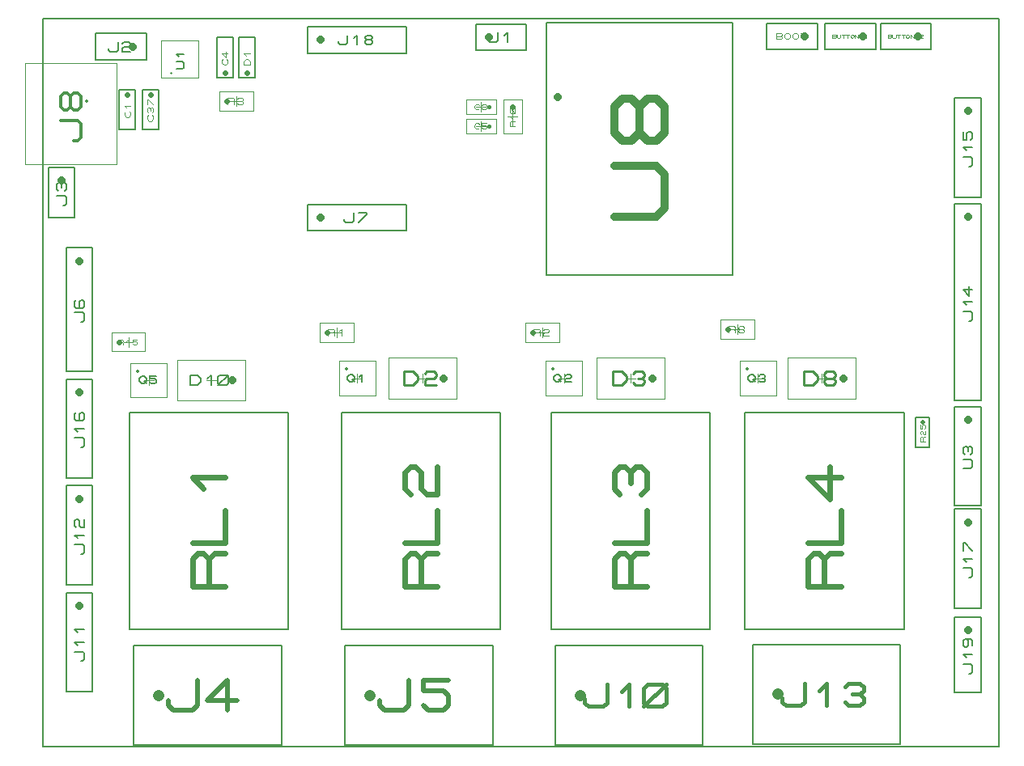
<source format=gbr>
G04 PROTEUS GERBER X2 FILE*
%TF.GenerationSoftware,Labcenter,Proteus,8.9-SP0-Build27865*%
%TF.CreationDate,2021-01-11T14:01:32+00:00*%
%TF.FileFunction,AssemblyDrawing,Top*%
%TF.FilePolarity,Positive*%
%TF.Part,Single*%
%TF.SameCoordinates,{9f0a7d81-3364-476e-981e-304885b4a122}*%
%FSLAX45Y45*%
%MOMM*%
G01*
%TA.AperFunction,Profile*%
%ADD36C,0.203200*%
%TA.AperFunction,Material*%
%ADD37C,0.203200*%
%ADD86C,1.219200*%
%ADD87C,0.386080*%
%ADD88C,0.812800*%
%ADD89C,0.164590*%
%ADD90C,0.880000*%
%ADD91C,0.880100*%
%ADD92C,0.514770*%
%ADD93C,0.050000*%
%ADD94C,0.579120*%
%ADD95C,0.088750*%
%ADD96C,0.396240*%
%ADD97C,0.093000*%
%ADD98C,0.567580*%
%ADD99C,0.058700*%
%ADD100C,0.508000*%
%ADD101C,0.078740*%
%ADD102C,0.843280*%
%ADD103C,0.238330*%
%ADD104C,0.178750*%
%ADD105C,0.375920*%
%ADD106C,0.128330*%
%ADD107C,0.118330*%
%ADD108C,0.105660*%
%ADD109C,0.240000*%
%ADD110C,0.131660*%
%ADD111C,0.609600*%
%ADD112C,0.100580*%
%ADD41C,0.100000*%
%ADD113C,0.360000*%
%ADD114C,0.355330*%
%TD.AperFunction*%
D36*
X+35420Y-8200D02*
X+10035420Y-8200D01*
X+10035420Y+7611800D01*
X+35420Y+7611800D01*
X+35420Y-8200D01*
D37*
X+7459840Y+21840D02*
X+9004160Y+21840D01*
X+9004160Y+1058160D01*
X+7459840Y+1058160D01*
X+7459840Y+21840D01*
D86*
X+7724000Y+540000D02*
X+7724000Y+540000D01*
D87*
X+7768704Y+501392D02*
X+7768704Y+462784D01*
X+7807312Y+424176D01*
X+7961744Y+424176D01*
X+8000352Y+462784D01*
X+8000352Y+655824D01*
X+8154784Y+578608D02*
X+8232000Y+655824D01*
X+8232000Y+424176D01*
X+8425040Y+617216D02*
X+8463648Y+655824D01*
X+8579472Y+655824D01*
X+8618080Y+617216D01*
X+8618080Y+578608D01*
X+8579472Y+540000D01*
X+8618080Y+501392D01*
X+8618080Y+462784D01*
X+8579472Y+424176D01*
X+8463648Y+424176D01*
X+8425040Y+462784D01*
X+8502256Y+540000D02*
X+8579472Y+540000D01*
D37*
X+588840Y+7182840D02*
X+1117160Y+7182840D01*
X+1117160Y+7457160D01*
X+588840Y+7457160D01*
X+588840Y+7182840D01*
D88*
X+980000Y+7320000D02*
X+980000Y+7320000D01*
D89*
X+721327Y+7303540D02*
X+721327Y+7287081D01*
X+737786Y+7270622D01*
X+803622Y+7270622D01*
X+820081Y+7287081D01*
X+820081Y+7369377D01*
X+869459Y+7352918D02*
X+885918Y+7369377D01*
X+935295Y+7369377D01*
X+951754Y+7352918D01*
X+951754Y+7336459D01*
X+935295Y+7320000D01*
X+885918Y+7320000D01*
X+869459Y+7303540D01*
X+869459Y+7270622D01*
X+951754Y+7270622D01*
D37*
X+5306640Y+4927140D02*
X+7246960Y+4927140D01*
X+7246960Y+7567460D01*
X+5306640Y+7567460D01*
X+5306640Y+4927140D01*
D90*
X+5420940Y+6796660D02*
X+5420940Y+6796660D01*
D91*
X+6012769Y+5543216D02*
X+6452822Y+5543216D01*
X+6540832Y+5631226D01*
X+6540832Y+5983268D01*
X+6452822Y+6071279D01*
X+6012769Y+6071279D01*
X+6276800Y+6423321D02*
X+6188790Y+6335310D01*
X+6100779Y+6335310D01*
X+6012769Y+6423321D01*
X+6012769Y+6687352D01*
X+6100779Y+6775363D01*
X+6188790Y+6775363D01*
X+6276800Y+6687352D01*
X+6276800Y+6423321D01*
X+6364811Y+6335310D01*
X+6452822Y+6335310D01*
X+6540832Y+6423321D01*
X+6540832Y+6687352D01*
X+6452822Y+6775363D01*
X+6364811Y+6775363D01*
X+6276800Y+6687352D01*
D37*
X+985840Y+11840D02*
X+2530160Y+11840D01*
X+2530160Y+1048160D01*
X+985840Y+1048160D01*
X+985840Y+11840D01*
D86*
X+1250000Y+530000D02*
X+1250000Y+530000D01*
D92*
X+1346182Y+478523D02*
X+1346182Y+427045D01*
X+1397659Y+375568D01*
X+1603568Y+375568D01*
X+1655045Y+427045D01*
X+1655045Y+684432D01*
X+2066863Y+478523D02*
X+1758000Y+478523D01*
X+1963909Y+684432D01*
X+1963909Y+375568D01*
D37*
X+3195840Y+11840D02*
X+4740160Y+11840D01*
X+4740160Y+1048160D01*
X+3195840Y+1048160D01*
X+3195840Y+11840D01*
D86*
X+3460000Y+530000D02*
X+3460000Y+530000D01*
D92*
X+3556182Y+478523D02*
X+3556182Y+427045D01*
X+3607659Y+375568D01*
X+3813568Y+375568D01*
X+3865045Y+427045D01*
X+3865045Y+684432D01*
X+4276863Y+684432D02*
X+4019477Y+684432D01*
X+4019477Y+581477D01*
X+4225386Y+581477D01*
X+4276863Y+530000D01*
X+4276863Y+427045D01*
X+4225386Y+375568D01*
X+4070954Y+375568D01*
X+4019477Y+427045D01*
D37*
X+5395840Y+11840D02*
X+6940160Y+11840D01*
X+6940160Y+1048160D01*
X+5395840Y+1048160D01*
X+5395840Y+11840D01*
D86*
X+5660000Y+530000D02*
X+5660000Y+530000D01*
D87*
X+5704704Y+491392D02*
X+5704704Y+452784D01*
X+5743312Y+414176D01*
X+5897744Y+414176D01*
X+5936352Y+452784D01*
X+5936352Y+645824D01*
X+6090784Y+568608D02*
X+6168000Y+645824D01*
X+6168000Y+414176D01*
X+6322432Y+452784D02*
X+6322432Y+607216D01*
X+6361040Y+645824D01*
X+6515472Y+645824D01*
X+6554080Y+607216D01*
X+6554080Y+452784D01*
X+6515472Y+414176D01*
X+6361040Y+414176D01*
X+6322432Y+452784D01*
X+6322432Y+414176D02*
X+6554080Y+645824D01*
D93*
X+4850000Y+6765000D02*
X+4850000Y+6415000D01*
X+5050000Y+6415000D01*
X+5050000Y+6765000D01*
X+4850000Y+6765000D01*
X+5000000Y+6590000D02*
X+4900000Y+6590000D01*
X+4950000Y+6540000D02*
X+4950000Y+6640000D01*
D94*
X+4950000Y+6690000D02*
X+4950000Y+6690000D01*
D95*
X+4976625Y+6483500D02*
X+4923375Y+6483500D01*
X+4923375Y+6527875D01*
X+4932250Y+6536750D01*
X+4941125Y+6536750D01*
X+4950000Y+6527875D01*
X+4950000Y+6483500D01*
X+4950000Y+6527875D02*
X+4958875Y+6536750D01*
X+4976625Y+6536750D01*
X+4941125Y+6572250D02*
X+4923375Y+6590000D01*
X+4976625Y+6590000D01*
X+4967750Y+6625500D02*
X+4932250Y+6625500D01*
X+4923375Y+6634375D01*
X+4923375Y+6669875D01*
X+4932250Y+6678750D01*
X+4967750Y+6678750D01*
X+4976625Y+6669875D01*
X+4976625Y+6634375D01*
X+4967750Y+6625500D01*
X+4976625Y+6625500D02*
X+4923375Y+6678750D01*
D93*
X+4775000Y+6765000D02*
X+4465000Y+6765000D01*
X+4465000Y+6615000D01*
X+4775000Y+6615000D01*
X+4775000Y+6765000D01*
X+4620000Y+6640000D02*
X+4620000Y+6740000D01*
X+4570000Y+6690000D02*
X+4670000Y+6690000D01*
D96*
X+4700000Y+6690000D02*
X+4700000Y+6690000D01*
D97*
X+4601400Y+6671400D02*
X+4592100Y+6662100D01*
X+4564200Y+6662100D01*
X+4545600Y+6680700D01*
X+4545600Y+6699300D01*
X+4564200Y+6717900D01*
X+4592100Y+6717900D01*
X+4601400Y+6708600D01*
X+4629300Y+6708600D02*
X+4638600Y+6717900D01*
X+4666500Y+6717900D01*
X+4675800Y+6708600D01*
X+4675800Y+6699300D01*
X+4666500Y+6690000D01*
X+4675800Y+6680700D01*
X+4675800Y+6671400D01*
X+4666500Y+6662100D01*
X+4638600Y+6662100D01*
X+4629300Y+6671400D01*
X+4647900Y+6690000D02*
X+4666500Y+6690000D01*
D93*
X+4775000Y+6565000D02*
X+4465000Y+6565000D01*
X+4465000Y+6415000D01*
X+4775000Y+6415000D01*
X+4775000Y+6565000D01*
X+4620000Y+6440000D02*
X+4620000Y+6540000D01*
X+4570000Y+6490000D02*
X+4670000Y+6490000D01*
D96*
X+4700000Y+6490000D02*
X+4700000Y+6490000D01*
D97*
X+4601400Y+6471400D02*
X+4592100Y+6462100D01*
X+4564200Y+6462100D01*
X+4545600Y+6480700D01*
X+4545600Y+6499300D01*
X+4564200Y+6517900D01*
X+4592100Y+6517900D01*
X+4601400Y+6508600D01*
X+4675800Y+6517900D02*
X+4629300Y+6517900D01*
X+4629300Y+6499300D01*
X+4666500Y+6499300D01*
X+4675800Y+6490000D01*
X+4675800Y+6471400D01*
X+4666500Y+6462100D01*
X+4638600Y+6462100D01*
X+4629300Y+6471400D01*
D37*
X+9572840Y+5746840D02*
X+9847160Y+5746840D01*
X+9847160Y+6783160D01*
X+9572840Y+6783160D01*
X+9572840Y+5746840D01*
D88*
X+9710000Y+6646000D02*
X+9710000Y+6646000D01*
D89*
X+9726460Y+6067491D02*
X+9742919Y+6067491D01*
X+9759378Y+6083950D01*
X+9759378Y+6149786D01*
X+9742919Y+6166245D01*
X+9660623Y+6166245D01*
X+9693541Y+6232082D02*
X+9660623Y+6265000D01*
X+9759378Y+6265000D01*
X+9660623Y+6429591D02*
X+9660623Y+6347296D01*
X+9693541Y+6347296D01*
X+9693541Y+6413132D01*
X+9710000Y+6429591D01*
X+9742919Y+6429591D01*
X+9759378Y+6413132D01*
X+9759378Y+6363755D01*
X+9742919Y+6347296D01*
D37*
X+940840Y+1219840D02*
X+2601160Y+1219840D01*
X+2601160Y+3490160D01*
X+940840Y+3490160D01*
X+940840Y+1219840D01*
D98*
X+1941274Y+1673904D02*
X+1600726Y+1673904D01*
X+1600726Y+1957694D01*
X+1657484Y+2014452D01*
X+1714242Y+2014452D01*
X+1771000Y+1957694D01*
X+1771000Y+1673904D01*
X+1771000Y+1957694D02*
X+1827758Y+2014452D01*
X+1941274Y+2014452D01*
X+1600726Y+2127968D02*
X+1941274Y+2127968D01*
X+1941274Y+2468516D01*
X+1714242Y+2695548D02*
X+1600726Y+2809064D01*
X+1941274Y+2809064D01*
D37*
X+3160840Y+1219840D02*
X+4821160Y+1219840D01*
X+4821160Y+3490160D01*
X+3160840Y+3490160D01*
X+3160840Y+1219840D01*
D98*
X+4161274Y+1673904D02*
X+3820726Y+1673904D01*
X+3820726Y+1957694D01*
X+3877484Y+2014452D01*
X+3934242Y+2014452D01*
X+3991000Y+1957694D01*
X+3991000Y+1673904D01*
X+3991000Y+1957694D02*
X+4047758Y+2014452D01*
X+4161274Y+2014452D01*
X+3820726Y+2127968D02*
X+4161274Y+2127968D01*
X+4161274Y+2468516D01*
X+3877484Y+2638790D02*
X+3820726Y+2695548D01*
X+3820726Y+2865822D01*
X+3877484Y+2922580D01*
X+3934242Y+2922580D01*
X+3991000Y+2865822D01*
X+3991000Y+2695548D01*
X+4047758Y+2638790D01*
X+4161274Y+2638790D01*
X+4161274Y+2922580D01*
D37*
X+5350840Y+1219840D02*
X+7011160Y+1219840D01*
X+7011160Y+3490160D01*
X+5350840Y+3490160D01*
X+5350840Y+1219840D01*
D98*
X+6351274Y+1673904D02*
X+6010726Y+1673904D01*
X+6010726Y+1957694D01*
X+6067484Y+2014452D01*
X+6124242Y+2014452D01*
X+6181000Y+1957694D01*
X+6181000Y+1673904D01*
X+6181000Y+1957694D02*
X+6237758Y+2014452D01*
X+6351274Y+2014452D01*
X+6010726Y+2127968D02*
X+6351274Y+2127968D01*
X+6351274Y+2468516D01*
X+6067484Y+2638790D02*
X+6010726Y+2695548D01*
X+6010726Y+2865822D01*
X+6067484Y+2922580D01*
X+6124242Y+2922580D01*
X+6181000Y+2865822D01*
X+6237758Y+2922580D01*
X+6294516Y+2922580D01*
X+6351274Y+2865822D01*
X+6351274Y+2695548D01*
X+6294516Y+2638790D01*
X+6181000Y+2752306D02*
X+6181000Y+2865822D01*
D37*
X+7380840Y+1219840D02*
X+9041160Y+1219840D01*
X+9041160Y+3490160D01*
X+7380840Y+3490160D01*
X+7380840Y+1219840D01*
D98*
X+8381274Y+1673904D02*
X+8040726Y+1673904D01*
X+8040726Y+1957694D01*
X+8097484Y+2014452D01*
X+8154242Y+2014452D01*
X+8211000Y+1957694D01*
X+8211000Y+1673904D01*
X+8211000Y+1957694D02*
X+8267758Y+2014452D01*
X+8381274Y+2014452D01*
X+8040726Y+2127968D02*
X+8381274Y+2127968D01*
X+8381274Y+2468516D01*
X+8267758Y+2922580D02*
X+8267758Y+2582032D01*
X+8040726Y+2809064D01*
X+8381274Y+2809064D01*
D37*
X+9572840Y+3620840D02*
X+9847160Y+3620840D01*
X+9847160Y+5673160D01*
X+9572840Y+5673160D01*
X+9572840Y+3620840D01*
D88*
X+9710000Y+5536000D02*
X+9710000Y+5536000D01*
D89*
X+9726460Y+4449491D02*
X+9742919Y+4449491D01*
X+9759378Y+4465950D01*
X+9759378Y+4531786D01*
X+9742919Y+4548245D01*
X+9660623Y+4548245D01*
X+9693541Y+4614082D02*
X+9660623Y+4647000D01*
X+9759378Y+4647000D01*
X+9726460Y+4811591D02*
X+9726460Y+4712837D01*
X+9660623Y+4778673D01*
X+9759378Y+4778673D01*
D37*
X+2802840Y+5392840D02*
X+3839160Y+5392840D01*
X+3839160Y+5667160D01*
X+2802840Y+5667160D01*
X+2802840Y+5392840D01*
D88*
X+2940000Y+5530000D02*
X+2940000Y+5530000D01*
D89*
X+3189327Y+5513540D02*
X+3189327Y+5497081D01*
X+3205786Y+5480622D01*
X+3271622Y+5480622D01*
X+3288081Y+5497081D01*
X+3288081Y+5579377D01*
X+3337459Y+5579377D02*
X+3419754Y+5579377D01*
X+3419754Y+5562918D01*
X+3337459Y+5480622D01*
D37*
X+8218840Y+7292840D02*
X+8747160Y+7292840D01*
X+8747160Y+7567160D01*
X+8218840Y+7567160D01*
X+8218840Y+7292840D01*
D88*
X+8610000Y+7430000D02*
X+8610000Y+7430000D01*
D99*
X+8295156Y+7412389D02*
X+8295156Y+7447610D01*
X+8324506Y+7447610D01*
X+8330376Y+7441740D01*
X+8330376Y+7435870D01*
X+8324506Y+7430000D01*
X+8330376Y+7424129D01*
X+8330376Y+7418259D01*
X+8324506Y+7412389D01*
X+8295156Y+7412389D01*
X+8295156Y+7430000D02*
X+8324506Y+7430000D01*
X+8342117Y+7447610D02*
X+8342117Y+7418259D01*
X+8347987Y+7412389D01*
X+8371467Y+7412389D01*
X+8377337Y+7418259D01*
X+8377337Y+7447610D01*
X+8389078Y+7447610D02*
X+8424298Y+7447610D01*
X+8406688Y+7447610D02*
X+8406688Y+7412389D01*
X+8436039Y+7447610D02*
X+8471259Y+7447610D01*
X+8453649Y+7447610D02*
X+8453649Y+7412389D01*
X+8483000Y+7435870D02*
X+8494740Y+7447610D01*
X+8506480Y+7447610D01*
X+8518220Y+7435870D01*
X+8518220Y+7424129D01*
X+8506480Y+7412389D01*
X+8494740Y+7412389D01*
X+8483000Y+7424129D01*
X+8483000Y+7435870D01*
X+8529961Y+7412389D02*
X+8529961Y+7447610D01*
X+8565181Y+7412389D01*
X+8565181Y+7447610D01*
X+8582792Y+7430000D02*
X+8612142Y+7430000D01*
X+8635623Y+7435870D02*
X+8647363Y+7447610D01*
X+8647363Y+7412389D01*
D37*
X+282840Y+3924840D02*
X+557160Y+3924840D01*
X+557160Y+5215160D01*
X+282840Y+5215160D01*
X+282840Y+3924840D01*
D88*
X+420000Y+5078000D02*
X+420000Y+5078000D01*
D89*
X+436460Y+4438327D02*
X+452919Y+4438327D01*
X+469378Y+4454786D01*
X+469378Y+4520622D01*
X+452919Y+4537081D01*
X+370623Y+4537081D01*
X+387082Y+4668754D02*
X+370623Y+4652295D01*
X+370623Y+4602918D01*
X+387082Y+4586459D01*
X+452919Y+4586459D01*
X+469378Y+4602918D01*
X+469378Y+4652295D01*
X+452919Y+4668754D01*
X+436460Y+4668754D01*
X+420000Y+4652295D01*
X+420000Y+4586459D01*
D37*
X+9572840Y+2516840D02*
X+9847160Y+2516840D01*
X+9847160Y+3553160D01*
X+9572840Y+3553160D01*
X+9572840Y+2516840D01*
D88*
X+9710000Y+3416000D02*
X+9710000Y+3416000D01*
D89*
X+9660623Y+2903327D02*
X+9742919Y+2903327D01*
X+9759378Y+2919786D01*
X+9759378Y+2985622D01*
X+9742919Y+3002081D01*
X+9660623Y+3002081D01*
X+9677082Y+3051459D02*
X+9660623Y+3067918D01*
X+9660623Y+3117295D01*
X+9677082Y+3133754D01*
X+9693541Y+3133754D01*
X+9710000Y+3117295D01*
X+9726460Y+3133754D01*
X+9742919Y+3133754D01*
X+9759378Y+3117295D01*
X+9759378Y+3067918D01*
X+9742919Y+3051459D01*
X+9710000Y+3084377D02*
X+9710000Y+3117295D01*
D37*
X+9166340Y+3125840D02*
X+9308580Y+3125840D01*
X+9308580Y+3440800D01*
X+9166340Y+3440800D01*
X+9166340Y+3125840D01*
D100*
X+9240000Y+3390000D02*
X+9240000Y+3390000D01*
D101*
X+9261082Y+3188832D02*
X+9213838Y+3188832D01*
X+9213838Y+3228202D01*
X+9221712Y+3236076D01*
X+9229586Y+3236076D01*
X+9237460Y+3228202D01*
X+9237460Y+3188832D01*
X+9237460Y+3228202D02*
X+9245334Y+3236076D01*
X+9261082Y+3236076D01*
X+9221712Y+3259698D02*
X+9213838Y+3267572D01*
X+9213838Y+3291194D01*
X+9221712Y+3299068D01*
X+9229586Y+3299068D01*
X+9237460Y+3291194D01*
X+9237460Y+3267572D01*
X+9245334Y+3259698D01*
X+9261082Y+3259698D01*
X+9261082Y+3299068D01*
X+9213838Y+3362060D02*
X+9213838Y+3322690D01*
X+9229586Y+3322690D01*
X+9229586Y+3354186D01*
X+9237460Y+3362060D01*
X+9253208Y+3362060D01*
X+9261082Y+3354186D01*
X+9261082Y+3330564D01*
X+9253208Y+3322690D01*
D37*
X+8798840Y+7292840D02*
X+9327160Y+7292840D01*
X+9327160Y+7567160D01*
X+8798840Y+7567160D01*
X+8798840Y+7292840D01*
D88*
X+9190000Y+7430000D02*
X+9190000Y+7430000D01*
D99*
X+8875156Y+7412389D02*
X+8875156Y+7447610D01*
X+8904506Y+7447610D01*
X+8910376Y+7441740D01*
X+8910376Y+7435870D01*
X+8904506Y+7430000D01*
X+8910376Y+7424129D01*
X+8910376Y+7418259D01*
X+8904506Y+7412389D01*
X+8875156Y+7412389D01*
X+8875156Y+7430000D02*
X+8904506Y+7430000D01*
X+8922117Y+7447610D02*
X+8922117Y+7418259D01*
X+8927987Y+7412389D01*
X+8951467Y+7412389D01*
X+8957337Y+7418259D01*
X+8957337Y+7447610D01*
X+8969078Y+7447610D02*
X+9004298Y+7447610D01*
X+8986688Y+7447610D02*
X+8986688Y+7412389D01*
X+9016039Y+7447610D02*
X+9051259Y+7447610D01*
X+9033649Y+7447610D02*
X+9033649Y+7412389D01*
X+9063000Y+7435870D02*
X+9074740Y+7447610D01*
X+9086480Y+7447610D01*
X+9098220Y+7435870D01*
X+9098220Y+7424129D01*
X+9086480Y+7412389D01*
X+9074740Y+7412389D01*
X+9063000Y+7424129D01*
X+9063000Y+7435870D01*
X+9109961Y+7412389D02*
X+9109961Y+7447610D01*
X+9145181Y+7412389D01*
X+9145181Y+7447610D01*
X+9162792Y+7430000D02*
X+9192142Y+7430000D01*
X+9209753Y+7441740D02*
X+9215623Y+7447610D01*
X+9233233Y+7447610D01*
X+9239103Y+7441740D01*
X+9239103Y+7435870D01*
X+9233233Y+7430000D01*
X+9215623Y+7430000D01*
X+9209753Y+7424129D01*
X+9209753Y+7412389D01*
X+9239103Y+7412389D01*
D37*
X+282840Y+568840D02*
X+557160Y+568840D01*
X+557160Y+1605160D01*
X+282840Y+1605160D01*
X+282840Y+568840D01*
D88*
X+420000Y+1468000D02*
X+420000Y+1468000D01*
D89*
X+436460Y+889491D02*
X+452919Y+889491D01*
X+469378Y+905950D01*
X+469378Y+971786D01*
X+452919Y+988245D01*
X+370623Y+988245D01*
X+403541Y+1054082D02*
X+370623Y+1087000D01*
X+469378Y+1087000D01*
X+403541Y+1185755D02*
X+370623Y+1218673D01*
X+469378Y+1218673D01*
D37*
X+282840Y+1688840D02*
X+557160Y+1688840D01*
X+557160Y+2725160D01*
X+282840Y+2725160D01*
X+282840Y+1688840D01*
D88*
X+420000Y+2588000D02*
X+420000Y+2588000D01*
D89*
X+436460Y+2009491D02*
X+452919Y+2009491D01*
X+469378Y+2025950D01*
X+469378Y+2091786D01*
X+452919Y+2108245D01*
X+370623Y+2108245D01*
X+403541Y+2174082D02*
X+370623Y+2207000D01*
X+469378Y+2207000D01*
X+387082Y+2289296D02*
X+370623Y+2305755D01*
X+370623Y+2355132D01*
X+387082Y+2371591D01*
X+403541Y+2371591D01*
X+420000Y+2355132D01*
X+420000Y+2305755D01*
X+436460Y+2289296D01*
X+469378Y+2289296D01*
X+469378Y+2371591D01*
D37*
X+282840Y+2804840D02*
X+557160Y+2804840D01*
X+557160Y+3841160D01*
X+282840Y+3841160D01*
X+282840Y+2804840D01*
D88*
X+420000Y+3704000D02*
X+420000Y+3704000D01*
D89*
X+436460Y+3125491D02*
X+452919Y+3125491D01*
X+469378Y+3141950D01*
X+469378Y+3207786D01*
X+452919Y+3224245D01*
X+370623Y+3224245D01*
X+403541Y+3290082D02*
X+370623Y+3323000D01*
X+469378Y+3323000D01*
X+387082Y+3487591D02*
X+370623Y+3471132D01*
X+370623Y+3421755D01*
X+387082Y+3405296D01*
X+452919Y+3405296D01*
X+469378Y+3421755D01*
X+469378Y+3471132D01*
X+452919Y+3487591D01*
X+436460Y+3487591D01*
X+420000Y+3471132D01*
X+420000Y+3405296D01*
D37*
X+2802840Y+7252840D02*
X+3839160Y+7252840D01*
X+3839160Y+7527160D01*
X+2802840Y+7527160D01*
X+2802840Y+7252840D01*
D88*
X+2940000Y+7390000D02*
X+2940000Y+7390000D01*
D89*
X+3123491Y+7373540D02*
X+3123491Y+7357081D01*
X+3139950Y+7340622D01*
X+3205786Y+7340622D01*
X+3222245Y+7357081D01*
X+3222245Y+7439377D01*
X+3288082Y+7406459D02*
X+3321000Y+7439377D01*
X+3321000Y+7340622D01*
X+3419755Y+7390000D02*
X+3403296Y+7406459D01*
X+3403296Y+7422918D01*
X+3419755Y+7439377D01*
X+3469132Y+7439377D01*
X+3485591Y+7422918D01*
X+3485591Y+7406459D01*
X+3469132Y+7390000D01*
X+3419755Y+7390000D01*
X+3403296Y+7373540D01*
X+3403296Y+7357081D01*
X+3419755Y+7340622D01*
X+3469132Y+7340622D01*
X+3485591Y+7357081D01*
X+3485591Y+7373540D01*
X+3469132Y+7390000D01*
D37*
X+9572840Y+564840D02*
X+9847160Y+564840D01*
X+9847160Y+1347160D01*
X+9572840Y+1347160D01*
X+9572840Y+564840D01*
D88*
X+9710000Y+1210000D02*
X+9710000Y+1210000D01*
D89*
X+9726460Y+758491D02*
X+9742919Y+758491D01*
X+9759378Y+774950D01*
X+9759378Y+840786D01*
X+9742919Y+857245D01*
X+9660623Y+857245D01*
X+9693541Y+923082D02*
X+9660623Y+956000D01*
X+9759378Y+956000D01*
X+9693541Y+1120591D02*
X+9710000Y+1104132D01*
X+9710000Y+1054755D01*
X+9693541Y+1038296D01*
X+9677082Y+1038296D01*
X+9660623Y+1054755D01*
X+9660623Y+1104132D01*
X+9677082Y+1120591D01*
X+9742919Y+1120591D01*
X+9759378Y+1104132D01*
X+9759378Y+1054755D01*
D37*
X+9572840Y+1442840D02*
X+9847160Y+1442840D01*
X+9847160Y+2479160D01*
X+9572840Y+2479160D01*
X+9572840Y+1442840D01*
D88*
X+9710000Y+2342000D02*
X+9710000Y+2342000D01*
D89*
X+9726460Y+1763491D02*
X+9742919Y+1763491D01*
X+9759378Y+1779950D01*
X+9759378Y+1845786D01*
X+9742919Y+1862245D01*
X+9660623Y+1862245D01*
X+9693541Y+1928082D02*
X+9660623Y+1961000D01*
X+9759378Y+1961000D01*
X+9660623Y+2043296D02*
X+9660623Y+2125591D01*
X+9677082Y+2125591D01*
X+9759378Y+2043296D01*
D93*
X+4360000Y+4065000D02*
X+3650000Y+4065000D01*
X+3650000Y+3635000D01*
X+4360000Y+3635000D01*
X+4360000Y+4065000D01*
X+4005000Y+3800000D02*
X+4005000Y+3900000D01*
X+3955000Y+3850000D02*
X+4055000Y+3850000D01*
D102*
X+4230000Y+3850000D02*
X+4230000Y+3850000D01*
D103*
X+3814334Y+3778500D02*
X+3814334Y+3921500D01*
X+3909667Y+3921500D01*
X+3957333Y+3873833D01*
X+3957333Y+3826167D01*
X+3909667Y+3778500D01*
X+3814334Y+3778500D01*
X+4028833Y+3897667D02*
X+4052666Y+3921500D01*
X+4124166Y+3921500D01*
X+4147999Y+3897667D01*
X+4147999Y+3873833D01*
X+4124166Y+3850000D01*
X+4052666Y+3850000D01*
X+4028833Y+3826167D01*
X+4028833Y+3778500D01*
X+4147999Y+3778500D01*
D93*
X+6540000Y+4065000D02*
X+5830000Y+4065000D01*
X+5830000Y+3635000D01*
X+6540000Y+3635000D01*
X+6540000Y+4065000D01*
X+6185000Y+3800000D02*
X+6185000Y+3900000D01*
X+6135000Y+3850000D02*
X+6235000Y+3850000D01*
D102*
X+6410000Y+3850000D02*
X+6410000Y+3850000D01*
D103*
X+5994334Y+3778500D02*
X+5994334Y+3921500D01*
X+6089667Y+3921500D01*
X+6137333Y+3873833D01*
X+6137333Y+3826167D01*
X+6089667Y+3778500D01*
X+5994334Y+3778500D01*
X+6208833Y+3897667D02*
X+6232666Y+3921500D01*
X+6304166Y+3921500D01*
X+6327999Y+3897667D01*
X+6327999Y+3873833D01*
X+6304166Y+3850000D01*
X+6327999Y+3826167D01*
X+6327999Y+3802333D01*
X+6304166Y+3778500D01*
X+6232666Y+3778500D01*
X+6208833Y+3802333D01*
X+6256499Y+3850000D02*
X+6304166Y+3850000D01*
D93*
X+8540000Y+4065000D02*
X+7830000Y+4065000D01*
X+7830000Y+3635000D01*
X+8540000Y+3635000D01*
X+8540000Y+4065000D01*
X+8185000Y+3800000D02*
X+8185000Y+3900000D01*
X+8135000Y+3850000D02*
X+8235000Y+3850000D01*
D102*
X+8410000Y+3850000D02*
X+8410000Y+3850000D01*
D103*
X+7994334Y+3778500D02*
X+7994334Y+3921500D01*
X+8089667Y+3921500D01*
X+8137333Y+3873833D01*
X+8137333Y+3826167D01*
X+8089667Y+3778500D01*
X+7994334Y+3778500D01*
X+8232666Y+3850000D02*
X+8208833Y+3873833D01*
X+8208833Y+3897667D01*
X+8232666Y+3921500D01*
X+8304166Y+3921500D01*
X+8327999Y+3897667D01*
X+8327999Y+3873833D01*
X+8304166Y+3850000D01*
X+8232666Y+3850000D01*
X+8208833Y+3826167D01*
X+8208833Y+3802333D01*
X+8232666Y+3778500D01*
X+8304166Y+3778500D01*
X+8327999Y+3802333D01*
X+8327999Y+3826167D01*
X+8304166Y+3850000D01*
D93*
X+2150000Y+4045000D02*
X+1440000Y+4045000D01*
X+1440000Y+3615000D01*
X+2150000Y+3615000D01*
X+2150000Y+4045000D01*
X+1795000Y+3780000D02*
X+1795000Y+3880000D01*
X+1745000Y+3830000D02*
X+1845000Y+3830000D01*
D102*
X+2020000Y+3830000D02*
X+2020000Y+3830000D01*
D104*
X+1580500Y+3776375D02*
X+1580500Y+3883625D01*
X+1652000Y+3883625D01*
X+1687750Y+3847875D01*
X+1687750Y+3812125D01*
X+1652000Y+3776375D01*
X+1580500Y+3776375D01*
X+1759250Y+3847875D02*
X+1795000Y+3883625D01*
X+1795000Y+3776375D01*
X+1866500Y+3794250D02*
X+1866500Y+3865750D01*
X+1884375Y+3883625D01*
X+1955875Y+3883625D01*
X+1973750Y+3865750D01*
X+1973750Y+3794250D01*
X+1955875Y+3776375D01*
X+1884375Y+3776375D01*
X+1866500Y+3794250D01*
X+1866500Y+3776375D02*
X+1973750Y+3883625D01*
D93*
X+3135000Y+3670000D02*
X+3515000Y+3670000D01*
X+3515000Y+4030000D01*
X+3135000Y+4030000D01*
X+3135000Y+3670000D01*
X+3325000Y+3900000D02*
X+3325000Y+3800000D01*
X+3375000Y+3850000D02*
X+3275000Y+3850000D01*
D105*
X+3210000Y+3945000D02*
X+3210000Y+3945000D01*
D106*
X+3222334Y+3862833D02*
X+3248000Y+3888500D01*
X+3273667Y+3888500D01*
X+3299333Y+3862833D01*
X+3299333Y+3837167D01*
X+3273667Y+3811500D01*
X+3248000Y+3811500D01*
X+3222334Y+3837167D01*
X+3222334Y+3862833D01*
X+3273667Y+3837167D02*
X+3299333Y+3811500D01*
X+3350666Y+3862833D02*
X+3376333Y+3888500D01*
X+3376333Y+3811500D01*
D93*
X+5295000Y+3670000D02*
X+5675000Y+3670000D01*
X+5675000Y+4030000D01*
X+5295000Y+4030000D01*
X+5295000Y+3670000D01*
X+5485000Y+3900000D02*
X+5485000Y+3800000D01*
X+5535000Y+3850000D02*
X+5435000Y+3850000D01*
D105*
X+5370000Y+3945000D02*
X+5370000Y+3945000D01*
D106*
X+5382334Y+3862833D02*
X+5408000Y+3888500D01*
X+5433667Y+3888500D01*
X+5459333Y+3862833D01*
X+5459333Y+3837167D01*
X+5433667Y+3811500D01*
X+5408000Y+3811500D01*
X+5382334Y+3837167D01*
X+5382334Y+3862833D01*
X+5433667Y+3837167D02*
X+5459333Y+3811500D01*
X+5497833Y+3875667D02*
X+5510666Y+3888500D01*
X+5549166Y+3888500D01*
X+5561999Y+3875667D01*
X+5561999Y+3862833D01*
X+5549166Y+3850000D01*
X+5510666Y+3850000D01*
X+5497833Y+3837167D01*
X+5497833Y+3811500D01*
X+5561999Y+3811500D01*
D93*
X+7325000Y+3670000D02*
X+7705000Y+3670000D01*
X+7705000Y+4030000D01*
X+7325000Y+4030000D01*
X+7325000Y+3670000D01*
X+7515000Y+3900000D02*
X+7515000Y+3800000D01*
X+7565000Y+3850000D02*
X+7465000Y+3850000D01*
D105*
X+7400000Y+3945000D02*
X+7400000Y+3945000D01*
D106*
X+7412334Y+3862833D02*
X+7438000Y+3888500D01*
X+7463667Y+3888500D01*
X+7489333Y+3862833D01*
X+7489333Y+3837167D01*
X+7463667Y+3811500D01*
X+7438000Y+3811500D01*
X+7412334Y+3837167D01*
X+7412334Y+3862833D01*
X+7463667Y+3837167D02*
X+7489333Y+3811500D01*
X+7527833Y+3875667D02*
X+7540666Y+3888500D01*
X+7579166Y+3888500D01*
X+7591999Y+3875667D01*
X+7591999Y+3862833D01*
X+7579166Y+3850000D01*
X+7591999Y+3837167D01*
X+7591999Y+3824333D01*
X+7579166Y+3811500D01*
X+7540666Y+3811500D01*
X+7527833Y+3824333D01*
X+7553499Y+3850000D02*
X+7579166Y+3850000D01*
D93*
X+955000Y+3650000D02*
X+1335000Y+3650000D01*
X+1335000Y+4010000D01*
X+955000Y+4010000D01*
X+955000Y+3650000D01*
X+1145000Y+3880000D02*
X+1145000Y+3780000D01*
X+1195000Y+3830000D02*
X+1095000Y+3830000D01*
D105*
X+1030000Y+3925000D02*
X+1030000Y+3925000D01*
D106*
X+1042334Y+3842833D02*
X+1068000Y+3868500D01*
X+1093667Y+3868500D01*
X+1119333Y+3842833D01*
X+1119333Y+3817167D01*
X+1093667Y+3791500D01*
X+1068000Y+3791500D01*
X+1042334Y+3817167D01*
X+1042334Y+3842833D01*
X+1093667Y+3817167D02*
X+1119333Y+3791500D01*
X+1221999Y+3868500D02*
X+1157833Y+3868500D01*
X+1157833Y+3842833D01*
X+1209166Y+3842833D01*
X+1221999Y+3830000D01*
X+1221999Y+3804333D01*
X+1209166Y+3791500D01*
X+1170666Y+3791500D01*
X+1157833Y+3804333D01*
D93*
X+2935000Y+4230000D02*
X+3285000Y+4230000D01*
X+3285000Y+4430000D01*
X+2935000Y+4430000D01*
X+2935000Y+4230000D01*
X+3110000Y+4380000D02*
X+3110000Y+4280000D01*
X+3160000Y+4330000D02*
X+3060000Y+4330000D01*
D94*
X+3010000Y+4330000D02*
X+3010000Y+4330000D01*
D107*
X+3015334Y+4294500D02*
X+3015334Y+4365500D01*
X+3074500Y+4365500D01*
X+3086333Y+4353667D01*
X+3086333Y+4341833D01*
X+3074500Y+4330000D01*
X+3015334Y+4330000D01*
X+3074500Y+4330000D02*
X+3086333Y+4318167D01*
X+3086333Y+4294500D01*
X+3133666Y+4341833D02*
X+3157333Y+4365500D01*
X+3157333Y+4294500D01*
D93*
X+5085000Y+4230000D02*
X+5435000Y+4230000D01*
X+5435000Y+4430000D01*
X+5085000Y+4430000D01*
X+5085000Y+4230000D01*
X+5260000Y+4380000D02*
X+5260000Y+4280000D01*
X+5310000Y+4330000D02*
X+5210000Y+4330000D01*
D94*
X+5160000Y+4330000D02*
X+5160000Y+4330000D01*
D107*
X+5165334Y+4294500D02*
X+5165334Y+4365500D01*
X+5224500Y+4365500D01*
X+5236333Y+4353667D01*
X+5236333Y+4341833D01*
X+5224500Y+4330000D01*
X+5165334Y+4330000D01*
X+5224500Y+4330000D02*
X+5236333Y+4318167D01*
X+5236333Y+4294500D01*
X+5271833Y+4353667D02*
X+5283666Y+4365500D01*
X+5319166Y+4365500D01*
X+5330999Y+4353667D01*
X+5330999Y+4341833D01*
X+5319166Y+4330000D01*
X+5283666Y+4330000D01*
X+5271833Y+4318167D01*
X+5271833Y+4294500D01*
X+5330999Y+4294500D01*
D93*
X+7125000Y+4260000D02*
X+7475000Y+4260000D01*
X+7475000Y+4460000D01*
X+7125000Y+4460000D01*
X+7125000Y+4260000D01*
X+7300000Y+4410000D02*
X+7300000Y+4310000D01*
X+7350000Y+4360000D02*
X+7250000Y+4360000D01*
D94*
X+7200000Y+4360000D02*
X+7200000Y+4360000D01*
D107*
X+7205334Y+4324500D02*
X+7205334Y+4395500D01*
X+7264500Y+4395500D01*
X+7276333Y+4383667D01*
X+7276333Y+4371833D01*
X+7264500Y+4360000D01*
X+7205334Y+4360000D01*
X+7264500Y+4360000D02*
X+7276333Y+4348167D01*
X+7276333Y+4324500D01*
X+7323666Y+4360000D02*
X+7311833Y+4371833D01*
X+7311833Y+4383667D01*
X+7323666Y+4395500D01*
X+7359166Y+4395500D01*
X+7370999Y+4383667D01*
X+7370999Y+4371833D01*
X+7359166Y+4360000D01*
X+7323666Y+4360000D01*
X+7311833Y+4348167D01*
X+7311833Y+4336333D01*
X+7323666Y+4324500D01*
X+7359166Y+4324500D01*
X+7370999Y+4336333D01*
X+7370999Y+4348167D01*
X+7359166Y+4360000D01*
D93*
X+755000Y+4130000D02*
X+1105000Y+4130000D01*
X+1105000Y+4330000D01*
X+755000Y+4330000D01*
X+755000Y+4130000D01*
X+930000Y+4280000D02*
X+930000Y+4180000D01*
X+980000Y+4230000D02*
X+880000Y+4230000D01*
D94*
X+830000Y+4230000D02*
X+830000Y+4230000D01*
D95*
X+823500Y+4203375D02*
X+823500Y+4256625D01*
X+867875Y+4256625D01*
X+876750Y+4247750D01*
X+876750Y+4238875D01*
X+867875Y+4230000D01*
X+823500Y+4230000D01*
X+867875Y+4230000D02*
X+876750Y+4221125D01*
X+876750Y+4203375D01*
X+912250Y+4238875D02*
X+930000Y+4256625D01*
X+930000Y+4203375D01*
X+1018750Y+4256625D02*
X+974375Y+4256625D01*
X+974375Y+4238875D01*
X+1009875Y+4238875D01*
X+1018750Y+4230000D01*
X+1018750Y+4212250D01*
X+1009875Y+4203375D01*
X+983250Y+4203375D01*
X+974375Y+4212250D01*
D37*
X+7608840Y+7292840D02*
X+8137160Y+7292840D01*
X+8137160Y+7567160D01*
X+7608840Y+7567160D01*
X+7608840Y+7292840D01*
D88*
X+8000000Y+7430000D02*
X+8000000Y+7430000D01*
D108*
X+7703938Y+7398300D02*
X+7703938Y+7461699D01*
X+7756769Y+7461699D01*
X+7767336Y+7451132D01*
X+7767336Y+7440566D01*
X+7756769Y+7430000D01*
X+7767336Y+7419433D01*
X+7767336Y+7408867D01*
X+7756769Y+7398300D01*
X+7703938Y+7398300D01*
X+7703938Y+7430000D02*
X+7756769Y+7430000D01*
X+7788469Y+7440566D02*
X+7809601Y+7461699D01*
X+7830734Y+7461699D01*
X+7851867Y+7440566D01*
X+7851867Y+7419433D01*
X+7830734Y+7398300D01*
X+7809601Y+7398300D01*
X+7788469Y+7419433D01*
X+7788469Y+7440566D01*
X+7873000Y+7440566D02*
X+7894132Y+7461699D01*
X+7915265Y+7461699D01*
X+7936398Y+7440566D01*
X+7936398Y+7419433D01*
X+7915265Y+7398300D01*
X+7894132Y+7398300D01*
X+7873000Y+7419433D01*
X+7873000Y+7440566D01*
X+7957531Y+7461699D02*
X+8020929Y+7461699D01*
X+7989230Y+7461699D02*
X+7989230Y+7398300D01*
D93*
X+1275000Y+6995000D02*
X+1275000Y+7385000D01*
X+1665000Y+6995000D02*
X+1665000Y+7385000D01*
X+1275000Y+6995000D02*
X+1665000Y+6995000D01*
X+1275000Y+7385000D02*
X+1665000Y+7385000D01*
D109*
X+1372000Y+7050000D02*
X+1372000Y+7050000D01*
D110*
X+1430501Y+7084668D02*
X+1496334Y+7084668D01*
X+1509500Y+7097834D01*
X+1509500Y+7150500D01*
X+1496334Y+7163667D01*
X+1430501Y+7163667D01*
X+1456834Y+7216333D02*
X+1430501Y+7242666D01*
X+1509500Y+7242666D01*
D37*
X+836180Y+6454240D02*
X+1003820Y+6454240D01*
X+1003820Y+6870800D01*
X+836180Y+6870800D01*
X+836180Y+6454240D01*
D111*
X+920000Y+6820000D02*
X+920000Y+6820000D01*
D112*
X+940117Y+6642403D02*
X+950176Y+6632344D01*
X+950176Y+6602169D01*
X+930059Y+6582053D01*
X+909942Y+6582053D01*
X+889825Y+6602169D01*
X+889825Y+6632344D01*
X+899884Y+6642403D01*
X+909942Y+6682636D02*
X+889825Y+6702753D01*
X+950176Y+6702753D01*
D93*
X+1885000Y+6650000D02*
X+2235000Y+6650000D01*
X+2235000Y+6850000D01*
X+1885000Y+6850000D01*
X+1885000Y+6650000D01*
X+2060000Y+6800000D02*
X+2060000Y+6700000D01*
X+2110000Y+6750000D02*
X+2010000Y+6750000D01*
D94*
X+1960000Y+6750000D02*
X+1960000Y+6750000D01*
D107*
X+1965334Y+6714500D02*
X+1965334Y+6785500D01*
X+2024500Y+6785500D01*
X+2036333Y+6773667D01*
X+2036333Y+6761833D01*
X+2024500Y+6750000D01*
X+1965334Y+6750000D01*
X+2024500Y+6750000D02*
X+2036333Y+6738167D01*
X+2036333Y+6714500D01*
X+2071833Y+6773667D02*
X+2083666Y+6785500D01*
X+2119166Y+6785500D01*
X+2130999Y+6773667D01*
X+2130999Y+6761833D01*
X+2119166Y+6750000D01*
X+2130999Y+6738167D01*
X+2130999Y+6726333D01*
X+2119166Y+6714500D01*
X+2083666Y+6714500D01*
X+2071833Y+6726333D01*
X+2095499Y+6750000D02*
X+2119166Y+6750000D01*
D37*
X+2086180Y+6999200D02*
X+2253820Y+6999200D01*
X+2253820Y+7415760D01*
X+2086180Y+7415760D01*
X+2086180Y+6999200D01*
D111*
X+2170000Y+7050000D02*
X+2170000Y+7050000D01*
D112*
X+2200176Y+7127013D02*
X+2139825Y+7127013D01*
X+2139825Y+7167246D01*
X+2159942Y+7187363D01*
X+2180059Y+7187363D01*
X+2200176Y+7167246D01*
X+2200176Y+7127013D01*
X+2159942Y+7227596D02*
X+2139825Y+7247713D01*
X+2200176Y+7247713D01*
D37*
X+1856180Y+6999200D02*
X+2023820Y+6999200D01*
X+2023820Y+7415760D01*
X+1856180Y+7415760D01*
X+1856180Y+6999200D01*
D111*
X+1940000Y+7050000D02*
X+1940000Y+7050000D01*
D112*
X+1960117Y+7187363D02*
X+1970176Y+7177304D01*
X+1970176Y+7147129D01*
X+1950059Y+7127013D01*
X+1929942Y+7127013D01*
X+1909825Y+7147129D01*
X+1909825Y+7177304D01*
X+1919884Y+7187363D01*
X+1950059Y+7267830D02*
X+1950059Y+7207480D01*
X+1909825Y+7247713D01*
X+1970176Y+7247713D01*
D37*
X+1076180Y+6454240D02*
X+1243820Y+6454240D01*
X+1243820Y+6870800D01*
X+1076180Y+6870800D01*
X+1076180Y+6454240D01*
D111*
X+1160000Y+6820000D02*
X+1160000Y+6820000D01*
D112*
X+1180117Y+6602170D02*
X+1190176Y+6592111D01*
X+1190176Y+6561936D01*
X+1170059Y+6541820D01*
X+1149942Y+6541820D01*
X+1129825Y+6561936D01*
X+1129825Y+6592111D01*
X+1139884Y+6602170D01*
X+1139884Y+6632345D02*
X+1129825Y+6642403D01*
X+1129825Y+6672578D01*
X+1139884Y+6682637D01*
X+1149942Y+6682637D01*
X+1160000Y+6672578D01*
X+1170059Y+6682637D01*
X+1180117Y+6682637D01*
X+1190176Y+6672578D01*
X+1190176Y+6642403D01*
X+1180117Y+6632345D01*
X+1160000Y+6652462D02*
X+1160000Y+6672578D01*
X+1129825Y+6712812D02*
X+1129825Y+6763104D01*
X+1139884Y+6763104D01*
X+1190176Y+6712812D01*
D37*
X+4562840Y+7282840D02*
X+5091160Y+7282840D01*
X+5091160Y+7557160D01*
X+4562840Y+7557160D01*
X+4562840Y+7282840D01*
D88*
X+4700000Y+7420000D02*
X+4700000Y+7420000D01*
D89*
X+4695327Y+7403540D02*
X+4695327Y+7387081D01*
X+4711786Y+7370622D01*
X+4777622Y+7370622D01*
X+4794081Y+7387081D01*
X+4794081Y+7469377D01*
X+4859918Y+7436459D02*
X+4892836Y+7469377D01*
X+4892836Y+7370622D01*
D37*
X+92840Y+5528840D02*
X+367160Y+5528840D01*
X+367160Y+6057160D01*
X+92840Y+6057160D01*
X+92840Y+5528840D01*
D88*
X+230000Y+5920000D02*
X+230000Y+5920000D01*
D89*
X+246460Y+5661327D02*
X+262919Y+5661327D01*
X+279378Y+5677786D01*
X+279378Y+5743622D01*
X+262919Y+5760081D01*
X+180623Y+5760081D01*
X+197082Y+5809459D02*
X+180623Y+5825918D01*
X+180623Y+5875295D01*
X+197082Y+5891754D01*
X+213541Y+5891754D01*
X+230000Y+5875295D01*
X+246460Y+5891754D01*
X+262919Y+5891754D01*
X+279378Y+5875295D01*
X+279378Y+5825918D01*
X+262919Y+5809459D01*
X+230000Y+5842377D02*
X+230000Y+5875295D01*
D41*
X-152000Y+6092000D02*
X+805000Y+6092000D01*
X+805000Y+7148000D01*
X-152000Y+7148000D01*
X-152000Y+6092000D01*
D113*
X+490000Y+6750000D02*
X+490000Y+6750000D01*
D114*
X+362033Y+6335734D02*
X+397567Y+6335734D01*
X+433100Y+6371267D01*
X+433100Y+6513400D01*
X+397567Y+6548933D01*
X+219900Y+6548933D01*
X+326500Y+6691066D02*
X+290967Y+6655533D01*
X+255433Y+6655533D01*
X+219900Y+6691066D01*
X+219900Y+6797666D01*
X+255433Y+6833199D01*
X+290967Y+6833199D01*
X+326500Y+6797666D01*
X+326500Y+6691066D01*
X+362033Y+6655533D01*
X+397567Y+6655533D01*
X+433100Y+6691066D01*
X+433100Y+6797666D01*
X+397567Y+6833199D01*
X+362033Y+6833199D01*
X+326500Y+6797666D01*
M02*

</source>
